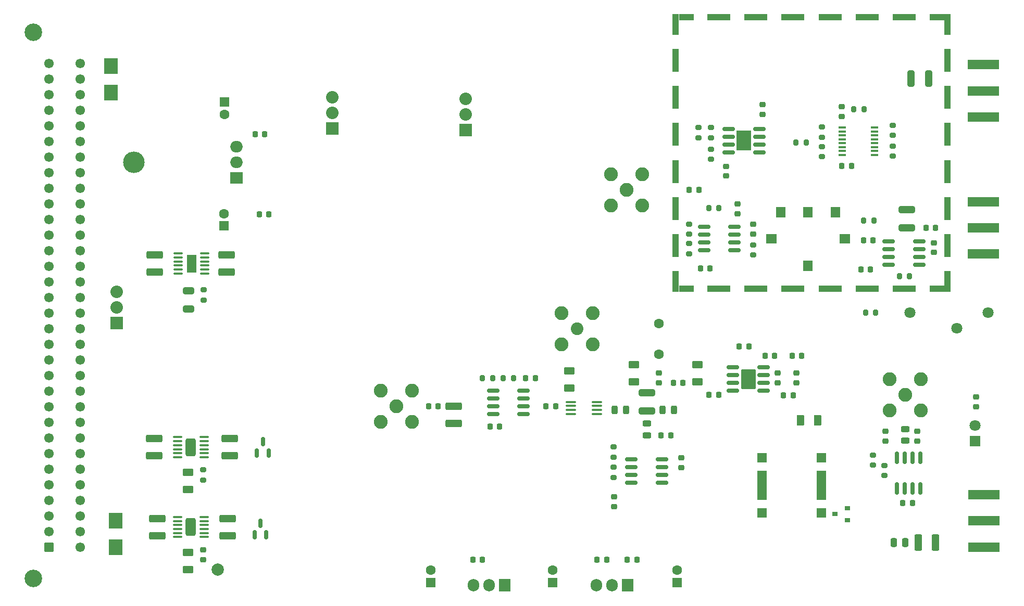
<source format=gbr>
G04 #@! TF.GenerationSoftware,KiCad,Pcbnew,(6.0.1)*
G04 #@! TF.CreationDate,2022-09-06T10:09:06+02:00*
G04 #@! TF.ProjectId,MTS_module,4d54535f-6d6f-4647-956c-652e6b696361,1.3.2*
G04 #@! TF.SameCoordinates,Original*
G04 #@! TF.FileFunction,Soldermask,Top*
G04 #@! TF.FilePolarity,Negative*
%FSLAX46Y46*%
G04 Gerber Fmt 4.6, Leading zero omitted, Abs format (unit mm)*
G04 Created by KiCad (PCBNEW (6.0.1)) date 2022-09-06 10:09:06*
%MOMM*%
%LPD*%
G01*
G04 APERTURE LIST*
G04 Aperture macros list*
%AMRoundRect*
0 Rectangle with rounded corners*
0 $1 Rounding radius*
0 $2 $3 $4 $5 $6 $7 $8 $9 X,Y pos of 4 corners*
0 Add a 4 corners polygon primitive as box body*
4,1,4,$2,$3,$4,$5,$6,$7,$8,$9,$2,$3,0*
0 Add four circle primitives for the rounded corners*
1,1,$1+$1,$2,$3*
1,1,$1+$1,$4,$5*
1,1,$1+$1,$6,$7*
1,1,$1+$1,$8,$9*
0 Add four rect primitives between the rounded corners*
20,1,$1+$1,$2,$3,$4,$5,0*
20,1,$1+$1,$4,$5,$6,$7,0*
20,1,$1+$1,$6,$7,$8,$9,0*
20,1,$1+$1,$8,$9,$2,$3,0*%
G04 Aperture macros list end*
%ADD10C,2.850000*%
%ADD11RoundRect,0.249999X0.525001X-0.525001X0.525001X0.525001X-0.525001X0.525001X-0.525001X-0.525001X0*%
%ADD12C,1.550000*%
%ADD13RoundRect,0.250000X-1.075000X0.375000X-1.075000X-0.375000X1.075000X-0.375000X1.075000X0.375000X0*%
%ADD14RoundRect,0.250000X-0.625000X0.375000X-0.625000X-0.375000X0.625000X-0.375000X0.625000X0.375000X0*%
%ADD15RoundRect,0.218750X-0.218750X-0.256250X0.218750X-0.256250X0.218750X0.256250X-0.218750X0.256250X0*%
%ADD16RoundRect,0.218750X0.218750X0.256250X-0.218750X0.256250X-0.218750X-0.256250X0.218750X-0.256250X0*%
%ADD17RoundRect,0.243750X0.456250X-0.243750X0.456250X0.243750X-0.456250X0.243750X-0.456250X-0.243750X0*%
%ADD18RoundRect,0.250000X0.625000X-0.375000X0.625000X0.375000X-0.625000X0.375000X-0.625000X-0.375000X0*%
%ADD19C,1.600000*%
%ADD20RoundRect,0.243750X0.243750X0.456250X-0.243750X0.456250X-0.243750X-0.456250X0.243750X-0.456250X0*%
%ADD21RoundRect,0.218750X-0.256250X0.218750X-0.256250X-0.218750X0.256250X-0.218750X0.256250X0.218750X0*%
%ADD22R,1.600000X1.600000*%
%ADD23R,1.800000X1.800000*%
%ADD24C,1.800000*%
%ADD25R,0.900000X0.800000*%
%ADD26C,2.250000*%
%ADD27RoundRect,0.200000X-0.275000X0.200000X-0.275000X-0.200000X0.275000X-0.200000X0.275000X0.200000X0*%
%ADD28RoundRect,0.218750X0.256250X-0.218750X0.256250X0.218750X-0.256250X0.218750X-0.256250X-0.218750X0*%
%ADD29RoundRect,0.250000X1.075000X-0.312500X1.075000X0.312500X-1.075000X0.312500X-1.075000X-0.312500X0*%
%ADD30RoundRect,0.250000X0.375000X1.075000X-0.375000X1.075000X-0.375000X-1.075000X0.375000X-1.075000X0*%
%ADD31C,2.000000*%
%ADD32R,1.905000X2.000000*%
%ADD33O,1.905000X2.000000*%
%ADD34RoundRect,0.100000X-0.625000X-0.100000X0.625000X-0.100000X0.625000X0.100000X-0.625000X0.100000X0*%
%ADD35RoundRect,0.249999X-0.575001X-1.175001X0.575001X-1.175001X0.575001X1.175001X-0.575001X1.175001X0*%
%ADD36RoundRect,0.100000X-0.712500X-0.100000X0.712500X-0.100000X0.712500X0.100000X-0.712500X0.100000X0*%
%ADD37R,1.520000X1.520000*%
%ADD38R,1.520000X4.700000*%
%ADD39RoundRect,0.250000X-0.375000X-0.625000X0.375000X-0.625000X0.375000X0.625000X-0.375000X0.625000X0*%
%ADD40RoundRect,0.225000X-0.225000X-0.250000X0.225000X-0.250000X0.225000X0.250000X-0.225000X0.250000X0*%
%ADD41RoundRect,0.225000X-0.250000X0.225000X-0.250000X-0.225000X0.250000X-0.225000X0.250000X0.225000X0*%
%ADD42RoundRect,0.225000X0.225000X0.250000X-0.225000X0.250000X-0.225000X-0.250000X0.225000X-0.250000X0*%
%ADD43RoundRect,0.225000X0.250000X-0.225000X0.250000X0.225000X-0.250000X0.225000X-0.250000X-0.225000X0*%
%ADD44R,2.300000X2.500000*%
%ADD45R,5.080000X1.500000*%
%ADD46R,1.000000X3.800000*%
%ADD47R,3.800000X1.000000*%
%ADD48R,1.000000X1.000000*%
%ADD49R,2.440000X1.000000*%
%ADD50R,1.000000X2.440000*%
%ADD51RoundRect,0.200000X0.200000X0.275000X-0.200000X0.275000X-0.200000X-0.275000X0.200000X-0.275000X0*%
%ADD52RoundRect,0.250000X-1.075000X0.312500X-1.075000X-0.312500X1.075000X-0.312500X1.075000X0.312500X0*%
%ADD53RoundRect,0.200000X0.275000X-0.200000X0.275000X0.200000X-0.275000X0.200000X-0.275000X-0.200000X0*%
%ADD54RoundRect,0.200000X-0.200000X-0.275000X0.200000X-0.275000X0.200000X0.275000X-0.200000X0.275000X0*%
%ADD55RoundRect,0.250000X0.312500X1.075000X-0.312500X1.075000X-0.312500X-1.075000X0.312500X-1.075000X0*%
%ADD56RoundRect,0.150000X-0.825000X-0.150000X0.825000X-0.150000X0.825000X0.150000X-0.825000X0.150000X0*%
%ADD57R,2.410000X3.300000*%
%ADD58RoundRect,0.150000X0.825000X0.150000X-0.825000X0.150000X-0.825000X-0.150000X0.825000X-0.150000X0*%
%ADD59R,1.200000X0.400000*%
%ADD60R,2.032000X2.032000*%
%ADD61C,2.032000*%
%ADD62RoundRect,0.250000X-0.650000X0.325000X-0.650000X-0.325000X0.650000X-0.325000X0.650000X0.325000X0*%
%ADD63R,1.650000X2.850000*%
%ADD64RoundRect,0.150000X-0.150000X0.825000X-0.150000X-0.825000X0.150000X-0.825000X0.150000X0.825000X0*%
%ADD65R,1.778000X1.524000*%
%ADD66R,1.524000X1.778000*%
%ADD67O,3.500000X3.500000*%
%ADD68R,2.000000X1.905000*%
%ADD69O,2.000000X1.905000*%
%ADD70C,2.050000*%
%ADD71RoundRect,0.249997X-0.955003X-1.400003X0.955003X-1.400003X0.955003X1.400003X-0.955003X1.400003X0*%
%ADD72RoundRect,0.150000X0.150000X-0.587500X0.150000X0.587500X-0.150000X0.587500X-0.150000X-0.587500X0*%
%ADD73RoundRect,0.250000X0.250000X0.475000X-0.250000X0.475000X-0.250000X-0.475000X0.250000X-0.475000X0*%
G04 APERTURE END LIST*
D10*
X82860000Y-139380000D03*
X82860000Y-50480000D03*
D11*
X85400000Y-134300000D03*
D12*
X85400000Y-131760000D03*
X85400000Y-129220000D03*
X85400000Y-126680000D03*
X85400000Y-124140000D03*
X85400000Y-121600000D03*
X85400000Y-119060000D03*
X85400000Y-116520000D03*
X85400000Y-113980000D03*
X85400000Y-111440000D03*
X85400000Y-108900000D03*
X85400000Y-106360000D03*
X85400000Y-103820000D03*
X85400000Y-101280000D03*
X85400000Y-98740000D03*
X85400000Y-96200000D03*
X85400000Y-93660000D03*
X85400000Y-91120000D03*
X85400000Y-88580000D03*
X85400000Y-86040000D03*
X85400000Y-83500000D03*
X85400000Y-80960000D03*
X85400000Y-78420000D03*
X85400000Y-75880000D03*
X85400000Y-73340000D03*
X85400000Y-70800000D03*
X85400000Y-68260000D03*
X85400000Y-65720000D03*
X85400000Y-63180000D03*
X85400000Y-60640000D03*
X85400000Y-58100000D03*
X85400000Y-55560000D03*
X90480000Y-134300000D03*
X90480000Y-131760000D03*
X90480000Y-129220000D03*
X90480000Y-126680000D03*
X90480000Y-124140000D03*
X90480000Y-121600000D03*
X90480000Y-119060000D03*
X90480000Y-116520000D03*
X90480000Y-113980000D03*
X90480000Y-111440000D03*
X90480000Y-108900000D03*
X90480000Y-106360000D03*
X90480000Y-103820000D03*
X90480000Y-101280000D03*
X90480000Y-98740000D03*
X90480000Y-96200000D03*
X90480000Y-93660000D03*
X90480000Y-91120000D03*
X90480000Y-88580000D03*
X90480000Y-86040000D03*
X90480000Y-83500000D03*
X90480000Y-80960000D03*
X90480000Y-78420000D03*
X90480000Y-75880000D03*
X90480000Y-73340000D03*
X90480000Y-70800000D03*
X90480000Y-68260000D03*
X90480000Y-65720000D03*
X90480000Y-63180000D03*
X90480000Y-60640000D03*
X90480000Y-58100000D03*
X90480000Y-55560000D03*
D13*
X102500000Y-116600000D03*
X102500000Y-119400000D03*
X103000000Y-129600000D03*
X103000000Y-132400000D03*
D14*
X108000000Y-122100000D03*
X108000000Y-124900000D03*
X108000000Y-135100000D03*
X108000000Y-137900000D03*
D15*
X162912500Y-106800000D03*
X164487500Y-106800000D03*
D13*
X114300000Y-86700000D03*
X114300000Y-89500000D03*
X114800000Y-116600000D03*
X114800000Y-119400000D03*
X114500000Y-129600000D03*
X114500000Y-132400000D03*
D16*
X148687500Y-111300000D03*
X147112500Y-111300000D03*
X167787500Y-111300000D03*
X166212500Y-111300000D03*
D14*
X170000000Y-105600000D03*
X170000000Y-108400000D03*
D17*
X224600000Y-116937500D03*
X224600000Y-115062500D03*
D18*
X180500000Y-107400000D03*
X180500000Y-104600000D03*
D19*
X184600000Y-102900000D03*
X184600000Y-97900000D03*
D20*
X179237500Y-111900000D03*
X177362500Y-111900000D03*
D18*
X190800000Y-107400000D03*
X190800000Y-104600000D03*
D20*
X187037500Y-111900000D03*
X185162500Y-111900000D03*
D15*
X192712500Y-109500000D03*
X194287500Y-109500000D03*
D16*
X203387500Y-103100000D03*
X201812500Y-103100000D03*
D17*
X182600000Y-116037500D03*
X182600000Y-114162500D03*
D21*
X221400000Y-115412500D03*
X221400000Y-116987500D03*
D15*
X224212500Y-127100000D03*
X225787500Y-127100000D03*
D21*
X188200000Y-119712500D03*
X188200000Y-121287500D03*
D22*
X187500000Y-140000000D03*
D19*
X187500000Y-138000000D03*
D15*
X179412500Y-136300000D03*
X180987500Y-136300000D03*
D22*
X167300000Y-140000000D03*
D19*
X167300000Y-138000000D03*
D15*
X174512500Y-136300000D03*
X176087500Y-136300000D03*
D22*
X147500000Y-140000000D03*
D19*
X147500000Y-138000000D03*
D15*
X154312500Y-136300000D03*
X155887500Y-136300000D03*
X118925000Y-67100000D03*
X120500000Y-67100000D03*
D22*
X113900000Y-82000000D03*
D19*
X113900000Y-80000000D03*
D15*
X119612500Y-80100000D03*
X121187500Y-80100000D03*
D23*
X236000000Y-117000000D03*
D24*
X236000000Y-114460000D03*
D25*
X215200000Y-129850000D03*
X215200000Y-127950000D03*
X213200000Y-128900000D03*
D26*
X141900000Y-111300000D03*
X144440000Y-113840000D03*
X144440000Y-108760000D03*
X139360000Y-108760000D03*
X139360000Y-113840000D03*
D27*
X110500000Y-121675000D03*
X110500000Y-123325000D03*
D21*
X110500000Y-134712500D03*
X110500000Y-136287500D03*
D13*
X151200000Y-111300000D03*
X151200000Y-114100000D03*
D21*
X236100000Y-109812500D03*
X236100000Y-111387500D03*
D28*
X226600000Y-116987500D03*
X226600000Y-115412500D03*
X184600000Y-107487500D03*
X184600000Y-105912500D03*
D16*
X188487500Y-107500000D03*
X186912500Y-107500000D03*
X206387500Y-109600000D03*
X204812500Y-109600000D03*
D29*
X182600000Y-112062500D03*
X182600000Y-109137500D03*
D15*
X197612500Y-101600000D03*
X199187500Y-101600000D03*
D21*
X206900000Y-105912500D03*
X206900000Y-107487500D03*
X203900000Y-105912500D03*
X203900000Y-107487500D03*
D15*
X184912500Y-116100000D03*
X186487500Y-116100000D03*
D30*
X229550000Y-133500000D03*
X226750000Y-133500000D03*
D16*
X207787500Y-103100000D03*
X206212500Y-103100000D03*
D31*
X112900000Y-137900000D03*
D32*
X179500000Y-140500000D03*
D33*
X176960000Y-140500000D03*
X174420000Y-140500000D03*
D32*
X159500000Y-140500000D03*
D33*
X156960000Y-140500000D03*
X154420000Y-140500000D03*
D34*
X106350000Y-116375000D03*
X106350000Y-117025000D03*
X106350000Y-117675000D03*
X106350000Y-118325000D03*
X106350000Y-118975000D03*
X106350000Y-119625000D03*
X110650000Y-119625000D03*
X110650000Y-118975000D03*
X110650000Y-118325000D03*
X110650000Y-117675000D03*
X110650000Y-117025000D03*
X110650000Y-116375000D03*
D35*
X108500000Y-118000000D03*
D34*
X106350000Y-129375000D03*
X106350000Y-130025000D03*
X106350000Y-130675000D03*
X106350000Y-131325000D03*
X106350000Y-131975000D03*
X106350000Y-132625000D03*
X110650000Y-132625000D03*
X110650000Y-131975000D03*
X110650000Y-131325000D03*
X110650000Y-130675000D03*
X110650000Y-130025000D03*
X110650000Y-129375000D03*
D35*
X108500000Y-131000000D03*
D36*
X170287500Y-110625000D03*
X170287500Y-111275000D03*
X170287500Y-111925000D03*
X170287500Y-112575000D03*
X174512500Y-112575000D03*
X174512500Y-111925000D03*
X174512500Y-111275000D03*
X174512500Y-110625000D03*
D28*
X177300000Y-127687500D03*
X177300000Y-126112500D03*
D37*
X211000000Y-128700000D03*
D38*
X211000000Y-124200000D03*
D37*
X211000000Y-119700000D03*
X201350000Y-119700000D03*
D38*
X201350000Y-124200000D03*
D37*
X201350000Y-128700000D03*
D39*
X207600000Y-113600000D03*
X210400000Y-113600000D03*
D13*
X102600000Y-86700000D03*
X102600000Y-89500000D03*
D40*
X228025000Y-82300000D03*
X229575000Y-82300000D03*
D41*
X229300000Y-84725000D03*
X229300000Y-86275000D03*
D42*
X218975000Y-89100000D03*
X217425000Y-89100000D03*
D41*
X214300000Y-62600000D03*
X214300000Y-64150000D03*
D40*
X189525000Y-76100000D03*
X191075000Y-76100000D03*
X214325000Y-72200000D03*
X215875000Y-72200000D03*
D41*
X195500000Y-72300000D03*
X195500000Y-73850000D03*
D43*
X201400000Y-63800000D03*
X201400000Y-62250000D03*
D44*
X95500000Y-55950000D03*
X95500000Y-60250000D03*
X96300000Y-134250000D03*
X96300000Y-129950000D03*
D45*
X237300000Y-82300000D03*
X237300000Y-78050000D03*
X237300000Y-86550000D03*
D26*
X179300000Y-76100000D03*
X181840000Y-73560000D03*
X176760000Y-78640000D03*
X181840000Y-78640000D03*
X176760000Y-73560000D03*
D46*
X231490000Y-55050000D03*
D47*
X218450000Y-48010000D03*
D46*
X231490000Y-73150000D03*
X187310000Y-67050000D03*
D47*
X212450000Y-92190000D03*
X224450000Y-48010000D03*
X212450000Y-48010000D03*
D48*
X187310000Y-48010000D03*
D47*
X224450000Y-92190000D03*
D48*
X187310000Y-92190000D03*
D46*
X187310000Y-73150000D03*
D49*
X229770000Y-48010000D03*
D47*
X206350000Y-48010000D03*
D50*
X231490000Y-49730000D03*
D46*
X187310000Y-79150000D03*
X231490000Y-85150000D03*
D48*
X231490000Y-92190000D03*
D50*
X231490000Y-90470000D03*
D46*
X187310000Y-55050000D03*
D48*
X231490000Y-48010000D03*
D47*
X194350000Y-92190000D03*
D46*
X187310000Y-61050000D03*
D50*
X187310000Y-49730000D03*
D47*
X218450000Y-92190000D03*
D46*
X231490000Y-79150000D03*
D47*
X200350000Y-92190000D03*
D49*
X189030000Y-92190000D03*
D46*
X231490000Y-61050000D03*
X231490000Y-67050000D03*
D47*
X194350000Y-48010000D03*
X200350000Y-48010000D03*
D49*
X229770000Y-92190000D03*
X189030000Y-48010000D03*
D46*
X187310000Y-85150000D03*
D47*
X206350000Y-92190000D03*
D50*
X187310000Y-90470000D03*
D51*
X160925000Y-106800000D03*
X159275000Y-106800000D03*
D27*
X191000000Y-65975000D03*
X191000000Y-67625000D03*
D52*
X224900000Y-79337500D03*
X224900000Y-82262500D03*
D53*
X193000000Y-67625000D03*
X193000000Y-65975000D03*
D54*
X218175000Y-96100000D03*
X219825000Y-96100000D03*
X223675000Y-90200000D03*
X225325000Y-90200000D03*
D53*
X193000000Y-71125000D03*
X193000000Y-69475000D03*
D55*
X228462500Y-58000000D03*
X225537500Y-58000000D03*
D51*
X208525000Y-68400000D03*
X206875000Y-68400000D03*
D54*
X216275000Y-63000000D03*
X217925000Y-63000000D03*
D27*
X211100000Y-69075000D03*
X211100000Y-70725000D03*
X222600000Y-68975000D03*
X222600000Y-70625000D03*
X211100000Y-65900000D03*
X211100000Y-67550000D03*
D53*
X222600000Y-67250000D03*
X222600000Y-65600000D03*
D24*
X225400000Y-96100000D03*
X233020000Y-98640000D03*
X238100000Y-96100000D03*
D56*
X195925000Y-66195000D03*
X195925000Y-67465000D03*
X195925000Y-68735000D03*
X195925000Y-70005000D03*
X200875000Y-70005000D03*
X200875000Y-68735000D03*
X200875000Y-67465000D03*
X200875000Y-66195000D03*
D57*
X198400000Y-68100000D03*
D58*
X226875000Y-88305000D03*
X226875000Y-87035000D03*
X226875000Y-85765000D03*
X226875000Y-84495000D03*
X221925000Y-84495000D03*
X221925000Y-85765000D03*
X221925000Y-87035000D03*
X221925000Y-88305000D03*
D59*
X214400000Y-65977500D03*
X214400000Y-66612500D03*
X214400000Y-67247500D03*
X214400000Y-67882500D03*
X214400000Y-68517500D03*
X214400000Y-69152500D03*
X214400000Y-69787500D03*
X214400000Y-70422500D03*
X219600000Y-70422500D03*
X219600000Y-69787500D03*
X219600000Y-69152500D03*
X219600000Y-68517500D03*
X219600000Y-67882500D03*
X219600000Y-67247500D03*
X219600000Y-66612500D03*
X219600000Y-65977500D03*
D45*
X237300000Y-60000000D03*
X237300000Y-55750000D03*
X237300000Y-64250000D03*
X237400000Y-130000000D03*
X237400000Y-125750000D03*
X237400000Y-134250000D03*
D60*
X131500000Y-66140000D03*
D61*
X131500000Y-63600000D03*
X131500000Y-61060000D03*
D60*
X96400000Y-97800000D03*
D61*
X96400000Y-95260000D03*
X96400000Y-92720000D03*
D42*
X158675000Y-114600000D03*
X157125000Y-114600000D03*
D62*
X108100000Y-92525000D03*
X108100000Y-95475000D03*
D43*
X197400000Y-79975000D03*
X197400000Y-78425000D03*
D40*
X191325000Y-88900000D03*
X192875000Y-88900000D03*
D27*
X110600000Y-92375000D03*
X110600000Y-94025000D03*
D51*
X157525000Y-106800000D03*
X155875000Y-106800000D03*
D53*
X219400000Y-120925000D03*
X219400000Y-119275000D03*
X221200000Y-122625000D03*
X221200000Y-120975000D03*
X189500000Y-86525000D03*
X189500000Y-84875000D03*
D27*
X189500000Y-81675000D03*
X189500000Y-83325000D03*
D34*
X106450000Y-86475000D03*
X106450000Y-87125000D03*
X106450000Y-87775000D03*
X106450000Y-88425000D03*
X106450000Y-89075000D03*
X106450000Y-89725000D03*
X110750000Y-89725000D03*
X110750000Y-89075000D03*
X110750000Y-88425000D03*
X110750000Y-87775000D03*
X110750000Y-87125000D03*
X110750000Y-86475000D03*
D63*
X108600000Y-88100000D03*
D56*
X157625000Y-108795000D03*
X157625000Y-110065000D03*
X157625000Y-111335000D03*
X157625000Y-112605000D03*
X162575000Y-112605000D03*
X162575000Y-111335000D03*
X162575000Y-110065000D03*
X162575000Y-108795000D03*
D64*
X227105000Y-119725000D03*
X225835000Y-119725000D03*
X224565000Y-119725000D03*
X223295000Y-119725000D03*
X223295000Y-124675000D03*
X224565000Y-124675000D03*
X225835000Y-124675000D03*
X227105000Y-124675000D03*
D56*
X191925000Y-82095000D03*
X191925000Y-83365000D03*
X191925000Y-84635000D03*
X191925000Y-85905000D03*
X196875000Y-85905000D03*
X196875000Y-84635000D03*
X196875000Y-83365000D03*
X196875000Y-82095000D03*
D65*
X202831000Y-84112000D03*
X214769000Y-84112000D03*
D66*
X208800000Y-79730500D03*
X208800000Y-88493500D03*
X213245000Y-79730500D03*
X204355000Y-79730500D03*
D67*
X99240000Y-71660000D03*
D68*
X115900000Y-74200000D03*
D69*
X115900000Y-71660000D03*
X115900000Y-69120000D03*
D70*
X171300000Y-98700000D03*
D26*
X173840000Y-101240000D03*
X168760000Y-101240000D03*
X168760000Y-96160000D03*
X173840000Y-96160000D03*
D51*
X194325000Y-79100000D03*
X192675000Y-79100000D03*
D56*
X196625000Y-104995000D03*
X196625000Y-106265000D03*
X196625000Y-107535000D03*
X196625000Y-108805000D03*
X201575000Y-108805000D03*
X201575000Y-107535000D03*
X201575000Y-106265000D03*
X201575000Y-104995000D03*
D71*
X199100000Y-106900000D03*
D60*
X153200000Y-66340000D03*
D61*
X153200000Y-63800000D03*
X153200000Y-61260000D03*
D26*
X224600000Y-109500000D03*
X222060000Y-112040000D03*
X222060000Y-106960000D03*
X227140000Y-112040000D03*
X227140000Y-106960000D03*
D22*
X114000000Y-61800000D03*
D19*
X114000000Y-63800000D03*
D72*
X118850000Y-132237500D03*
X120750000Y-132237500D03*
X119800000Y-130362500D03*
D51*
X219525000Y-81100000D03*
X217875000Y-81100000D03*
D73*
X224650000Y-133500000D03*
X222750000Y-133500000D03*
D56*
X180125000Y-119990000D03*
X180125000Y-121260000D03*
X180125000Y-122530000D03*
X180125000Y-123800000D03*
X185075000Y-123800000D03*
X185075000Y-122530000D03*
X185075000Y-121260000D03*
X185075000Y-119990000D03*
D53*
X177200000Y-122925000D03*
X177200000Y-121275000D03*
D40*
X217825000Y-84300000D03*
X219375000Y-84300000D03*
D72*
X119250000Y-118937500D03*
X121150000Y-118937500D03*
X120200000Y-117062500D03*
D53*
X177200000Y-119625000D03*
X177200000Y-117975000D03*
D43*
X199900000Y-83275000D03*
X199900000Y-81725000D03*
D53*
X199900000Y-86725000D03*
X199900000Y-85075000D03*
M02*

</source>
